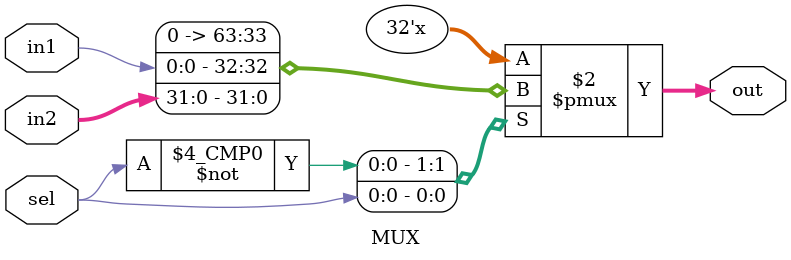
<source format=v>
`timescale 1ns / 1ps


module MUX(sel, in1, in2, out);
    parameter Data_width = 32;
    input sel;
    input [Data_width-1:0]in2;
    input in1;
    output reg[Data_width-1:0] out;
    
    always @ (in1, in2, sel)
    begin
        case(sel)
            0: out = in1;
            1: out = in2;
        endcase
    end                
endmodule

</source>
